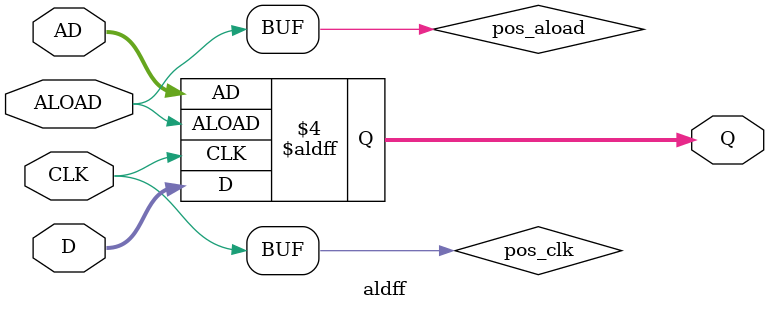
<source format=v>
module aldff(CLK, ALOAD, AD, D, Q);

  parameter WIDTH = 3;
  parameter CLK_POLARITY = 1'b1;
  parameter ALOAD_POLARITY = 1'b1;

  input CLK, ALOAD;
  input [WIDTH-1:0] AD;
  input [WIDTH-1:0] D;
  output reg [WIDTH-1:0] Q;
  wire pos_clk = CLK == CLK_POLARITY;
  wire pos_aload = ALOAD == ALOAD_POLARITY;

  always @(posedge pos_clk, posedge pos_aload) begin
    if (pos_aload)
      Q <= AD;
    else
      Q <= D;
  end

endmodule

</source>
